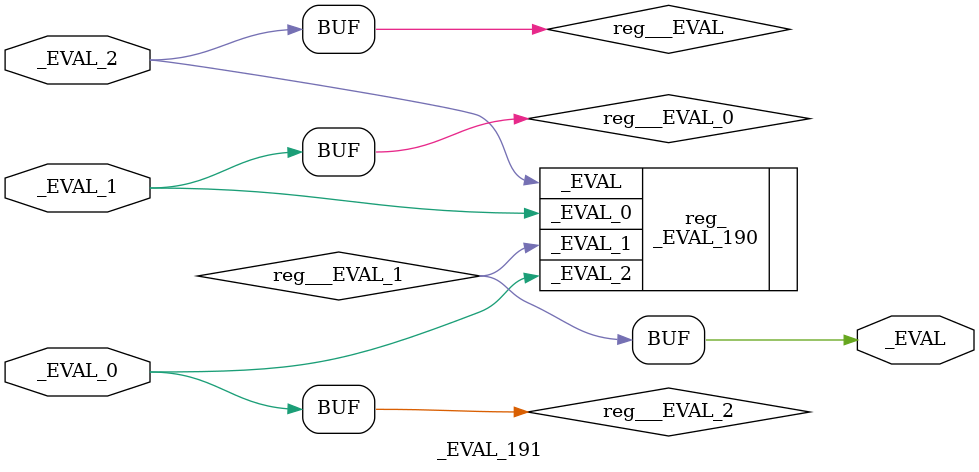
<source format=v>
module _EVAL_191(
  output  _EVAL,
  input   _EVAL_0,
  input   _EVAL_1,
  input   _EVAL_2
);
  wire  reg___EVAL;
  wire  reg___EVAL_0;
  wire  reg___EVAL_1;
  wire  reg___EVAL_2;
  _EVAL_190 reg_ (
    ._EVAL(reg___EVAL),
    ._EVAL_0(reg___EVAL_0),
    ._EVAL_1(reg___EVAL_1),
    ._EVAL_2(reg___EVAL_2)
  );
  assign reg___EVAL = _EVAL_2;
  assign _EVAL = reg___EVAL_1;
  assign reg___EVAL_2 = _EVAL_0;
  assign reg___EVAL_0 = _EVAL_1;
endmodule

</source>
